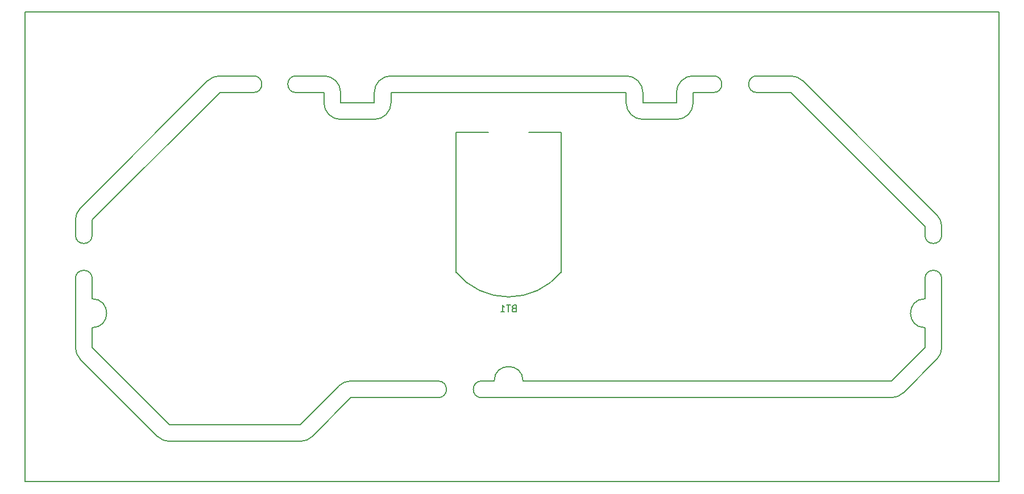
<source format=gbr>
%TF.GenerationSoftware,KiCad,Pcbnew,5.0.1*%
%TF.CreationDate,2019-03-15T13:44:14+01:00*%
%TF.ProjectId,rev1,726576312E6B696361645F7063620000,rev?*%
%TF.SameCoordinates,Original*%
%TF.FileFunction,Legend,Bot*%
%TF.FilePolarity,Positive*%
%FSLAX46Y46*%
G04 Gerber Fmt 4.6, Leading zero omitted, Abs format (unit mm)*
G04 Created by KiCad (PCBNEW 5.0.1) date Fri 15 Mar 2019 01:44:14 PM CET*
%MOMM*%
%LPD*%
G01*
G04 APERTURE LIST*
%ADD10C,0.200000*%
%ADD11C,0.150000*%
G04 APERTURE END LIST*
D10*
X130000000Y-138000000D02*
X110500000Y-138000000D01*
X108732233Y-137267767D02*
G75*
G03X110500000Y-138000000I1767767J1767767D01*
G01*
X131767767Y-137267767D02*
G75*
G02X130000000Y-138000000I-1767767J1767767D01*
G01*
X137500000Y-131500000D02*
X150500000Y-131500000D01*
X135732233Y-129732233D02*
G75*
G02X137500000Y-129000000I1767767J-1767767D01*
G01*
X97232233Y-125767767D02*
G75*
G02X96500000Y-124000000I1767767J1767767D01*
G01*
X137500000Y-131500000D02*
X131770000Y-137270000D01*
X130000000Y-135500000D02*
X135730000Y-129730000D01*
X110500000Y-135500000D02*
X130000000Y-135500000D01*
X188500000Y-83500000D02*
X191500000Y-83500000D01*
X181000000Y-87500000D02*
X186000000Y-87500000D01*
X181000000Y-87500000D02*
X181000000Y-86000000D01*
X186000000Y-87500000D02*
X186000000Y-86000000D01*
X188500000Y-83500000D02*
G75*
G03X186000000Y-86000000I0J-2500000D01*
G01*
X181000000Y-86000000D02*
G75*
G03X178500000Y-83500000I-2500000J0D01*
G01*
X141000000Y-87500000D02*
X141000000Y-86000000D01*
X136000000Y-87500000D02*
X141000000Y-87500000D01*
X136000000Y-87500000D02*
X136000000Y-86000000D01*
X129400000Y-83500000D02*
X133500000Y-83500000D01*
X136000000Y-86000000D02*
G75*
G03X133500000Y-83500000I-2500000J0D01*
G01*
X143500000Y-83500000D02*
G75*
G03X141000000Y-86000000I0J-2500000D01*
G01*
X158850000Y-129000000D02*
G75*
G02X163150000Y-129000000I2150000J0D01*
G01*
X224750000Y-125800000D02*
X219800000Y-130750000D01*
X219767767Y-130767767D02*
G75*
G02X218000000Y-131500000I-1767767J1767767D01*
G01*
X224767767Y-125767767D02*
G75*
G03X225500000Y-124000000I-1767767J1767767D01*
G01*
X97230000Y-125770000D02*
X108750000Y-137290000D01*
X224750000Y-104200000D02*
X204800000Y-84250000D01*
X204767767Y-84232233D02*
G75*
G03X203000000Y-83500000I-1767767J-1767767D01*
G01*
X224767767Y-104232233D02*
G75*
G02X225500000Y-106000000I-1767767J-1767767D01*
G01*
X116232233Y-84232233D02*
G75*
G02X118000000Y-83500000I1767767J-1767767D01*
G01*
X97232233Y-103232233D02*
G75*
G03X96500000Y-105000000I1767767J-1767767D01*
G01*
X97232233Y-103232233D02*
X116200000Y-84250000D01*
X188500000Y-87500000D02*
X188500000Y-86000000D01*
X181000000Y-90000000D02*
X186000000Y-90000000D01*
X178500000Y-87500000D02*
X178500000Y-86000000D01*
X186000000Y-90000000D02*
G75*
G03X188500000Y-87500000I0J2500000D01*
G01*
X178500000Y-87500000D02*
G75*
G03X181000000Y-90000000I2500000J0D01*
G01*
X141000000Y-90000000D02*
G75*
G03X143500000Y-87500000I0J2500000D01*
G01*
X133500000Y-87500000D02*
G75*
G03X136000000Y-90000000I2500000J0D01*
G01*
X218000000Y-131500000D02*
X157000000Y-131500000D01*
X157000000Y-129000000D02*
X158850000Y-129000000D01*
X157000000Y-131500000D02*
G75*
G02X157000000Y-129000000I0J1250000D01*
G01*
X150500000Y-129000000D02*
G75*
G02X150500000Y-131500000I0J-1250000D01*
G01*
X191500000Y-86000000D02*
X188500000Y-86000000D01*
X203000000Y-83500000D02*
X198000000Y-83500000D01*
X191500000Y-83500000D02*
G75*
G02X191500000Y-86000000I0J-1250000D01*
G01*
X198000000Y-83500000D02*
G75*
G03X198000000Y-86000000I0J-1250000D01*
G01*
X123000000Y-86000000D02*
X118000000Y-86000000D01*
X133500000Y-87500000D02*
X133500000Y-86000000D01*
X136000000Y-90000000D02*
X141000000Y-90000000D01*
X143500000Y-87500000D02*
X143500000Y-86000000D01*
X198000000Y-86000000D02*
X203000000Y-86000000D01*
X99000000Y-116750000D02*
G75*
G02X99000000Y-121050000I0J-2150000D01*
G01*
X178500000Y-83500000D02*
X143500000Y-83500000D01*
X143500000Y-86000000D02*
X178500000Y-86000000D01*
X123000000Y-83500000D02*
G75*
G02X123000000Y-86000000I0J-1250000D01*
G01*
X129373673Y-83506562D02*
G75*
G03X129373673Y-86006562I0J-1250000D01*
G01*
X225500000Y-107250000D02*
X225500000Y-106000000D01*
X223000000Y-107250000D02*
X223000000Y-106000000D01*
X225500000Y-113750000D02*
G75*
G03X223000000Y-113750000I-1250000J0D01*
G01*
X225500000Y-107250000D02*
G75*
G02X223000000Y-107250000I-1250000J0D01*
G01*
X96500000Y-107250000D02*
X96500000Y-105000000D01*
X99000000Y-107250000D02*
X99000000Y-105000000D01*
X99000000Y-113750000D02*
G75*
G03X96500000Y-113750000I-1250000J0D01*
G01*
X99000000Y-107250000D02*
G75*
G02X96500000Y-107250000I-1250000J0D01*
G01*
X225500000Y-124000000D02*
X225500000Y-113750000D01*
X118000000Y-83500000D02*
X123000000Y-83500000D01*
X234000000Y-74000000D02*
X89000000Y-74000000D01*
X234000000Y-144000000D02*
X234000000Y-74000000D01*
X89000000Y-144000000D02*
X234000000Y-144000000D01*
X89000000Y-74000000D02*
X89000000Y-144000000D01*
X96500000Y-124000000D02*
X96500000Y-113750000D01*
X223000000Y-121050000D02*
G75*
G02X223000000Y-116750000I0J2150000D01*
G01*
X223000000Y-124000000D02*
X218000000Y-129000000D01*
X99000000Y-124000000D02*
X110500000Y-135500000D01*
X99000000Y-113750000D02*
X99000000Y-116750000D01*
X118000000Y-86000000D02*
X99000000Y-105000000D01*
X223000000Y-113750000D02*
X223000000Y-116750000D01*
X203000000Y-86000000D02*
X223000000Y-106000000D01*
X129400000Y-86000000D02*
X133500000Y-86000000D01*
X223000000Y-124000000D02*
X223000000Y-121050000D01*
X163150000Y-129000000D02*
X218000000Y-129000000D01*
X99000000Y-124000000D02*
X99000000Y-121050000D01*
X150500000Y-129000000D02*
X137500000Y-129000000D01*
D11*
X168800000Y-91905000D02*
X164000000Y-91905000D01*
X153200000Y-91905000D02*
X158000000Y-91905000D01*
X153200000Y-91905000D02*
X153200000Y-112800000D01*
X153170378Y-112764066D02*
G75*
G03X168800000Y-112800000I7829622J6424066D01*
G01*
X168800000Y-91905000D02*
X168800000Y-112800000D01*
X161785714Y-118178571D02*
X161642857Y-118226190D01*
X161595238Y-118273809D01*
X161547619Y-118369047D01*
X161547619Y-118511904D01*
X161595238Y-118607142D01*
X161642857Y-118654761D01*
X161738095Y-118702380D01*
X162119047Y-118702380D01*
X162119047Y-117702380D01*
X161785714Y-117702380D01*
X161690476Y-117750000D01*
X161642857Y-117797619D01*
X161595238Y-117892857D01*
X161595238Y-117988095D01*
X161642857Y-118083333D01*
X161690476Y-118130952D01*
X161785714Y-118178571D01*
X162119047Y-118178571D01*
X161261904Y-117702380D02*
X160690476Y-117702380D01*
X160976190Y-118702380D02*
X160976190Y-117702380D01*
X159833333Y-118702380D02*
X160404761Y-118702380D01*
X160119047Y-118702380D02*
X160119047Y-117702380D01*
X160214285Y-117845238D01*
X160309523Y-117940476D01*
X160404761Y-117988095D01*
M02*

</source>
